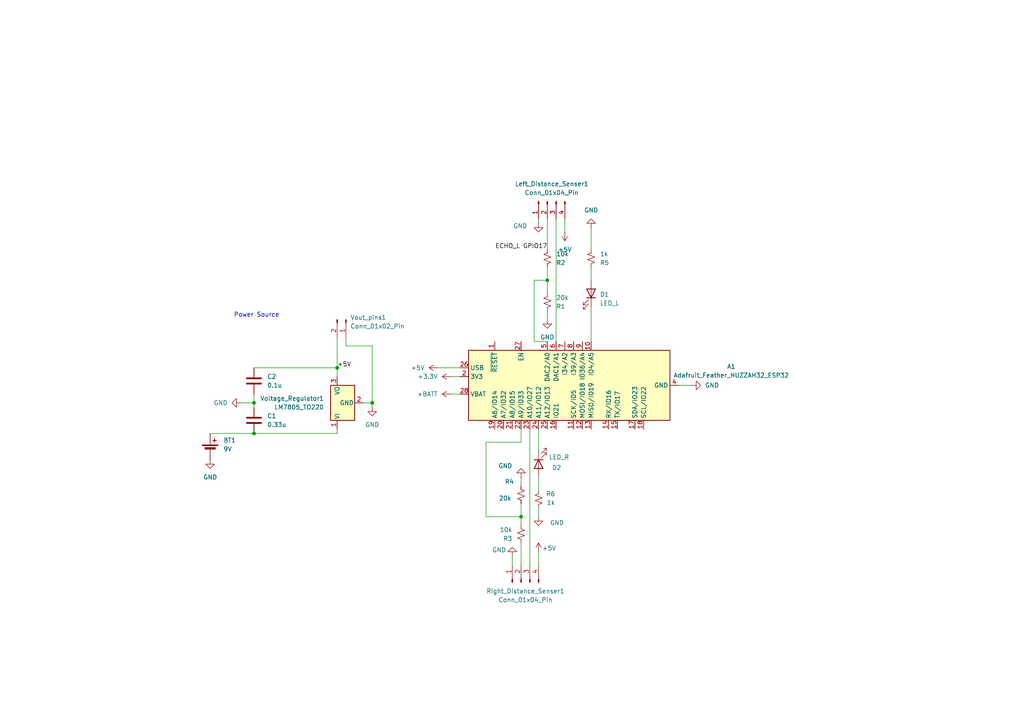
<source format=kicad_sch>
(kicad_sch (version 20250114) (generator "eeschema") (generator_version "9.0")
  (paper "A4")
  (title_block (title "PSU_ECE411_Team10_BlindSpotSenser") (date "2025-11-19"))
  (lib_symbols
    (symbol "Connector:Conn_01x02_Pin" (pin_names (offset 1.016) (hide yes))
      (property "Reference" "J" (at 0 2.54 0))
      (property "Value" "Conn_01x02_Pin" (at 0 -5.08 0))
      (symbol "Conn_01x02_Pin_1_1"
        (rectangle (start 0.8636 0.127) (end 0 -0.127) (stroke (width 0.1524)) (fill (type outline)))
        (rectangle (start 0.8636 -2.413) (end 0 -2.667) (stroke (width 0.1524)) (fill (type outline)))
        (polyline (pts (xy 1.27 0) (xy 0.8636 0)) (stroke (width 0.1524)))
        (polyline (pts (xy 1.27 -2.54) (xy 0.8636 -2.54)) (stroke (width 0.1524)))
        (pin passive line (at 5.08 0 180) (length 3.81) (name "Pin_1") (number "1"))
        (pin passive line (at 5.08 -2.54 180) (length 3.81) (name "Pin_2") (number "2"))
      )
    )
    (symbol "Connector:Conn_01x04_Pin" (pin_names (offset 1.016) (hide yes))
      (property "Reference" "J" (at 0 5.08 0))
      (property "Value" "Conn_01x04_Pin" (at 0 -7.62 0))
      (symbol "Conn_01x04_Pin_1_1"
        (rectangle (start 0.8636 2.667) (end 0 2.413) (stroke (width 0.1524)) (fill (type outline)))
        (rectangle (start 0.8636 0.127) (end 0 -0.127) (stroke (width 0.1524)) (fill (type outline)))
        (rectangle (start 0.8636 -2.413) (end 0 -2.667) (stroke (width 0.1524)) (fill (type outline)))
        (rectangle (start 0.8636 -4.953) (end 0 -5.207) (stroke (width 0.1524)) (fill (type outline)))
        (polyline (pts (xy 1.27 2.54) (xy 0.8636 2.54)) (stroke (width 0.1524)))
        (polyline (pts (xy 1.27 0) (xy 0.8636 0)) (stroke (width 0.1524)))
        (polyline (pts (xy 1.27 -2.54) (xy 0.8636 -2.54)) (stroke (width 0.1524)))
        (polyline (pts (xy 1.27 -5.08) (xy 0.8636 -5.08)) (stroke (width 0.1524)))
        (pin passive line (at 5.08 2.54 180) (length 3.81) (name "Pin_1") (number "1"))
        (pin passive line (at 5.08 0 180) (length 3.81) (name "Pin_2") (number "2"))
        (pin passive line (at 5.08 -2.54 180) (length 3.81) (name "Pin_3") (number "3"))
        (pin passive line (at 5.08 -5.08 180) (length 3.81) (name "Pin_4") (number "4"))
      )
    )
    (symbol "Device:Battery_Cell" (pin_numbers (hide yes)) (pin_names (offset 0) (hide yes))
      (property "Reference" "BT" (at 2.54 2.54 0))
      (property "Value" "Battery_Cell" (at 2.54 0 0))
      (symbol "Battery_Cell_0_1"
        (rectangle (start -2.286 1.778) (end 2.286 1.524) (fill (type outline)))
        (rectangle (start -1.524 1.016) (end 1.524 0.508) (fill (type outline)))
        (polyline (pts (xy 0 1.778) (xy 0 2.54)))
        (polyline (pts (xy 0 0.762) (xy 0 0)))
        (polyline (pts (xy 0.762 3.048) (xy 1.778 3.048)) (stroke (width 0.254)))
        (polyline (pts (xy 1.27 3.556) (xy 1.27 2.54)) (stroke (width 0.254)))
      )
      (symbol "Battery_Cell_1_1"
        (pin passive line (at 0 5.08 270) (length 2.54) (name "+") (number "1"))
        (pin passive line (at 0 -2.54 90) (length 2.54) (name "-") (number "2"))
      )
    )
    (symbol "Device:C" (pin_numbers (hide yes)) (pin_names (offset 0.254))
      (property "Reference" "C" (at 0.635 2.54 0))
      (property "Value" "C" (at 0.635 -2.54 0))
      (symbol "C_0_1"
        (polyline (pts (xy -2.032 0.762) (xy 2.032 0.762)) (stroke (width 0.508)))
        (polyline (pts (xy -2.032 -0.762) (xy 2.032 -0.762)) (stroke (width 0.508)))
      )
      (symbol "C_1_1"
        (pin passive line (at 0 3.81 270) (length 2.794) (name "~") (number "1"))
        (pin passive line (at 0 -3.81 90) (length 2.794) (name "~") (number "2"))
      )
    )
    (symbol "Device:LED" (pin_numbers (hide yes)) (pin_names (offset 1.016) (hide yes))
      (property "Reference" "D" (at 0 2.54 0))
      (property "Value" "LED" (at 0 -2.54 0))
      (symbol "LED_0_1"
        (polyline (pts (xy -3.048 -0.762) (xy -4.572 -2.286) (xy -3.81 -2.286) (xy -4.572 -2.286) (xy -4.572 -1.524)))
        (polyline (pts (xy -1.778 -0.762) (xy -3.302 -2.286) (xy -2.54 -2.286) (xy -3.302 -2.286) (xy -3.302 -1.524)))
        (polyline (pts (xy -1.27 0) (xy 1.27 0)))
        (polyline (pts (xy -1.27 -1.27) (xy -1.27 1.27)) (stroke (width 0.254)))
        (polyline (pts (xy 1.27 -1.27) (xy 1.27 1.27) (xy -1.27 0) (xy 1.27 -1.27)) (stroke (width 0.254)))
      )
      (symbol "LED_1_1"
        (pin passive line (at -3.81 0 0) (length 2.54) (name "K") (number "1"))
        (pin passive line (at 3.81 0 180) (length 2.54) (name "A") (number "2"))
      )
    )
    (symbol "Device:R_Small_US" (pin_numbers (hide yes)) (pin_names (offset 0.254) (hide yes))
      (property "Reference" "R" (at 0.762 0.508 0))
      (property "Value" "R_Small_US" (at 0.762 -1.016 0))
      (symbol "R_Small_US_1_1"
        (polyline (pts (xy 0 1.524) (xy 1.016 1.143) (xy 0 0.762) (xy -1.016 0.381) (xy 0 0)))
        (polyline (pts (xy 0 0) (xy 1.016 -0.381) (xy 0 -0.762) (xy -1.016 -1.143) (xy 0 -1.524)))
        (pin passive line (at 0 2.54 270) (length 1.016) (name "~") (number "1"))
        (pin passive line (at 0 -2.54 90) (length 1.016) (name "~") (number "2"))
      )
    )
    (symbol "MCU_Module:Adafruit_Feather_HUZZAH32_ESP32"
      (property "Reference" "A" (at -10.16 29.21 0))
      (property "Value" "Adafruit_Feather_HUZZAH32_ESP32" (at 2.54 -31.75 0))
      (symbol "Adafruit_Feather_HUZZAH32_ESP32_0_1"
        (rectangle (start -10.16 27.94) (end 10.16 -30.48) (stroke (width 0.254)) (fill (type background)))
      )
      (symbol "Adafruit_Feather_HUZZAH32_ESP32_1_1"
        (pin bidirectional line (at -12.7 20.32 0) (length 2.54) (name "A6/IO14") (number "19"))
        (pin bidirectional line (at -12.7 17.78 0) (length 2.54) (name "A7/IO32") (number "20"))
        (pin bidirectional line (at -12.7 15.24 0) (length 2.54) (name "A8/IO15") (number "21"))
        (pin bidirectional line (at -12.7 12.7 0) (length 2.54) (name "A9/IO33") (number "22"))
        (pin bidirectional line (at -12.7 10.16 0) (length 2.54) (name "A10/IO27") (number "23"))
        (pin bidirectional line (at -12.7 7.62 0) (length 2.54) (name "A11/IO12") (number "24"))
        (pin bidirectional line (at -12.7 5.08 0) (length 2.54) (name "A12/IO13") (number "25"))
        (pin bidirectional line (at -12.7 2.54 0) (length 2.54) (name "IO21") (number "16"))
        (pin bidirectional line (at -12.7 -2.54 0) (length 2.54) (name "SCK/IO5") (number "11"))
        (pin bidirectional line (at -12.7 -5.08 0) (length 2.54) (name "MOSI/IO18") (number "12"))
        (pin bidirectional line (at -12.7 -7.62 0) (length 2.54) (name "MISO/IO19") (number "13"))
        (pin bidirectional line (at -12.7 -12.7 0) (length 2.54) (name "RX/IO16") (number "14"))
        (pin bidirectional line (at -12.7 -15.24 0) (length 2.54) (name "TX/IO17") (number "15"))
        (pin bidirectional line (at -12.7 -20.32 0) (length 2.54) (name "SDA/IO23") (number "17"))
        (pin bidirectional line (at -12.7 -22.86 0) (length 2.54) (name "SCL/IO22") (number "18"))
        (pin power_in line (at -2.54 30.48 270) (length 2.54) (name "VBAT") (number "28"))
        (pin power_in line (at 0 -33.02 90) (length 2.54) (name "GND") (number "4"))
        (pin power_in line (at 2.54 30.48 270) (length 2.54) (name "3V3") (number "2"))
        (pin power_in line (at 5.08 30.48 270) (length 2.54) (name "USB") (number "26"))
        (pin no_connect line (at 10.16 10.16 180) (length 2.54) (hide yes) (name "NC") (number "3"))
        (pin input line (at 12.7 20.32 180) (length 2.54) (name "~{RESET}") (number "1"))
        (pin input line (at 12.7 12.7 180) (length 2.54) (name "EN") (number "27"))
        (pin bidirectional line (at 12.7 5.08 180) (length 2.54) (name "DAC2/A0") (number "5"))
        (pin bidirectional line (at 12.7 2.54 180) (length 2.54) (name "DAC1/A1") (number "6"))
        (pin bidirectional line (at 12.7 0 180) (length 2.54) (name "I34/A2") (number "7"))
        (pin bidirectional line (at 12.7 -2.54 180) (length 2.54) (name "I39/A3") (number "8"))
        (pin bidirectional line (at 12.7 -5.08 180) (length 2.54) (name "IO36/A4") (number "9"))
        (pin bidirectional line (at 12.7 -7.62 180) (length 2.54) (name "IO4/A5") (number "10"))
      )
    )
    (symbol "Regulator_Linear:LM7805_TO220" (pin_names (offset 0.254))
      (property "Reference" "U" (at -3.81 3.175 0))
      (property "Value" "LM7805_TO220" (at 0 3.175 0))
      (symbol "LM7805_TO220_0_1"
        (rectangle (start -5.08 1.905) (end 5.08 -5.08) (stroke (width 0.254)) (fill (type background)))
      )
      (symbol "LM7805_TO220_1_1"
        (pin power_in line (at -7.62 0 0) (length 2.54) (name "VI") (number "1"))
        (pin power_in line (at 0 -7.62 90) (length 2.54) (name "GND") (number "2"))
        (pin power_out line (at 7.62 0 180) (length 2.54) (name "VO") (number "3"))
      )
    )
    (symbol "power:+3.3V" (power) (pin_numbers (hide yes)) (pin_names (offset 0) (hide yes))
      (property "Value" "+3.3V" (at 0 3.556 0))
      (symbol "+3.3V_0_1"
        (polyline (pts (xy -0.762 1.27) (xy 0 2.54)))
        (polyline (pts (xy 0 2.54) (xy 0.762 1.27)))
        (polyline (pts (xy 0 0) (xy 0 2.54)))
      )
      (symbol "+3.3V_1_1"
        (pin power_in line (at 0 0 90) (length 0) (name "~") (number "1"))
      )
    )
    (symbol "power:+5V" (power) (pin_numbers (hide yes)) (pin_names (offset 0) (hide yes))
      (property "Value" "+5V" (at 0 3.556 0))
      (symbol "+5V_0_1"
        (polyline (pts (xy -0.762 1.27) (xy 0 2.54)))
        (polyline (pts (xy 0 2.54) (xy 0.762 1.27)))
        (polyline (pts (xy 0 0) (xy 0 2.54)))
      )
      (symbol "+5V_1_1"
        (pin power_in line (at 0 0 90) (length 0) (name "~") (number "1"))
      )
    )
    (symbol "power:+BATT" (power) (pin_numbers (hide yes)) (pin_names (offset 0) (hide yes))
      (property "Value" "+BATT" (at 0 3.556 0))
      (symbol "+BATT_0_1"
        (polyline (pts (xy -0.762 1.27) (xy 0 2.54)))
        (polyline (pts (xy 0 2.54) (xy 0.762 1.27)))
        (polyline (pts (xy 0 0) (xy 0 2.54)))
      )
      (symbol "+BATT_1_1"
        (pin power_in line (at 0 0 90) (length 0) (name "~") (number "1"))
      )
    )
    (symbol "power:GND" (power) (pin_numbers (hide yes)) (pin_names (offset 0) (hide yes))
      (property "Value" "GND" (at 0 -3.81 0))
      (symbol "GND_0_1"
        (polyline (pts (xy 0 0) (xy 0 -1.27) (xy 1.27 -1.27) (xy 0 -2.54) (xy -1.27 -1.27) (xy 0 -1.27)))
      )
      (symbol "GND_1_1"
        (pin power_in line (at 0 0 270) (length 0) (name "~") (number "1"))
      )
    )
  )
  (text "Power Source" (at 74.422 91.44 0) (effects (font (size 1.27 1.27))))
  (junction (at 151.13 149.86))
  (junction (at 97.79 106.68))
  (junction (at 107.95 116.84))
  (junction (at 158.75 81.28))
  (junction (at 73.66 116.84))
  (junction (at 73.66 125.73))
  (wire (pts (xy 148.59 163.83) (xy 148.59 161.29)))
  (wire (pts (xy 97.79 106.68) (xy 97.79 109.22)))
  (wire (pts (xy 154.94 81.28) (xy 154.94 99.06)))
  (wire (pts (xy 130.81 114.3) (xy 133.35 114.3)))
  (wire (pts (xy 158.75 77.47) (xy 158.75 81.28)))
  (wire (pts (xy 151.13 128.27) (xy 151.13 124.46)))
  (wire (pts (xy 107.95 100.33) (xy 107.95 116.84)))
  (wire (pts (xy 158.75 81.28) (xy 154.94 81.28)))
  (wire (pts (xy 100.33 100.33) (xy 107.95 100.33)))
  (wire (pts (xy 107.95 116.84) (xy 105.41 116.84)))
  (wire (pts (xy 60.96 125.73) (xy 73.66 125.73)))
  (wire (pts (xy 163.83 63.5) (xy 163.83 67.31)))
  (wire (pts (xy 140.97 149.86) (xy 140.97 128.27)))
  (wire (pts (xy 171.45 66.04) (xy 171.45 72.39)))
  (wire (pts (xy 127 106.68) (xy 133.35 106.68)))
  (wire (pts (xy 171.45 88.9) (xy 171.45 99.06)))
  (wire (pts (xy 158.75 81.28) (xy 158.75 85.09)))
  (wire (pts (xy 151.13 149.86) (xy 140.97 149.86)))
  (wire (pts (xy 151.13 152.4) (xy 151.13 149.86)))
  (wire (pts (xy 161.29 63.5) (xy 161.29 99.06)))
  (wire (pts (xy 158.75 90.17) (xy 158.75 92.71)))
  (wire (pts (xy 97.79 124.46) (xy 97.79 125.73)))
  (wire (pts (xy 100.33 97.79) (xy 100.33 100.33)))
  (wire (pts (xy 196.85 111.76) (xy 200.66 111.76)))
  (wire (pts (xy 154.94 99.06) (xy 158.75 99.06)))
  (wire (pts (xy 73.66 116.84) (xy 73.66 118.11)))
  (wire (pts (xy 73.66 125.73) (xy 97.79 125.73)))
  (wire (pts (xy 151.13 140.97) (xy 151.13 138.43)))
  (wire (pts (xy 151.13 149.86) (xy 151.13 146.05)))
  (wire (pts (xy 156.21 138.43) (xy 156.21 142.24)))
  (wire (pts (xy 158.75 63.5) (xy 158.75 72.39)))
  (wire (pts (xy 153.67 124.46) (xy 153.67 163.83)))
  (wire (pts (xy 140.97 128.27) (xy 151.13 128.27)))
  (wire (pts (xy 69.85 116.84) (xy 73.66 116.84)))
  (wire (pts (xy 156.21 124.46) (xy 156.21 130.81)))
  (wire (pts (xy 73.66 114.3) (xy 73.66 116.84)))
  (wire (pts (xy 156.21 163.83) (xy 156.21 160.02)))
  (wire (pts (xy 130.81 109.22) (xy 133.35 109.22)))
  (wire (pts (xy 151.13 157.48) (xy 151.13 163.83)))
  (wire (pts (xy 107.95 116.84) (xy 107.95 118.11)))
  (wire (pts (xy 156.21 63.5) (xy 156.21 64.77)))
  (wire (pts (xy 156.21 149.86) (xy 156.21 147.32)))
  (wire (pts (xy 97.79 106.68) (xy 73.66 106.68)))
  (wire (pts (xy 171.45 81.28) (xy 171.45 77.47)))
  (wire (pts (xy 97.79 97.79) (xy 97.79 106.68)))
  (label "+5V" (at 97.79 106.68 0))
  (label "ECHO_L GPIO17" (at 158.75 72.39 180))
  (symbol (lib_id "Device:LED") (at 156.21 134.62 90) (mirror x) (unit 1)
    (property "Reference" "D2" (at 162.814 135.636 90) (effects (justify left)))
    (property "Value" "LED_R" (at 165.1 132.588 90) (effects (justify left)))
    (property "Footprint" "LED_THT:LED_D5.0mm" (effects (hide yes)))
    (property "Description" "Light emitting diode" (effects (hide yes)))
    (property "Sim.Pins" "1=K 2=A" (effects (hide yes)))
  )
  (symbol (lib_id "power:GND") (at 151.13 138.43 180) (unit 1)
    (property "Reference" "#PWR03" (effects (hide yes)))
    (property "Value" "GND" (at 146.558 135.128 0))
    (property "Description" "Power symbol creates a global label with name \"GND\" , ground" (effects (hide yes)))
  )
  (symbol (lib_id "Device:R_Small_US") (at 171.45 74.93 0) (mirror x) (unit 1)
    (property "Reference" "R5" (at 173.99 76.2001 0) (effects (justify left)))
    (property "Value" "1k" (at 173.99 73.6601 0) (effects (justify left)))
    (property "Footprint" "Resistor_THT:R_Axial_DIN0207_L6.3mm_D2.5mm_P7.62mm_Horizontal" (effects (hide yes)))
    (property "Description" "Resistor, small US symbol" (effects (hide yes)))
  )
  (symbol (lib_id "power:GND") (at 148.59 161.29 180) (unit 1)
    (property "Reference" "#PWR04" (effects (hide yes)))
    (property "Value" "GND" (at 144.78 159.512 0))
    (property "Description" "Power symbol creates a global label with name \"GND\" , ground" (effects (hide yes)))
  )
  (symbol (lib_id "power:+5V") (at 127 106.68 90) (unit 1)
    (property "Reference" "#PWR01" (effects (hide yes)))
    (property "Value" "+5V" (at 123.19 106.6799 90) (effects (justify left)))
    (property "Description" "Power symbol creates a global label with name \"+5V\"" (effects (hide yes)))
  )
  (symbol (lib_id "power:GND") (at 60.96 133.35 0) (unit 1)
    (property "Reference" "#PWR011" (effects (hide yes)))
    (property "Value" "GND" (at 60.96 138.43 0))
    (property "Description" "Power symbol creates a global label with name \"GND\" , ground" (effects (hide yes)))
  )
  (symbol (lib_id "power:+5V") (at 156.21 160.02 0) (unit 1)
    (property "Reference" "#PWR09" (effects (hide yes)))
    (property "Value" "+5V" (at 159.258 159.004 0))
    (property "Description" "Power symbol creates a global label with name \"+5V\"" (effects (hide yes)))
  )
  (symbol (lib_id "Device:R_Small_US") (at 156.21 144.78 0) (mirror y) (unit 1)
    (property "Reference" "R6" (at 161.036 143.256 0) (effects (justify left)))
    (property "Value" "1k" (at 161.036 145.796 0) (effects (justify left)))
    (property "Footprint" "Resistor_THT:R_Axial_DIN0207_L6.3mm_D2.5mm_P7.62mm_Horizontal" (effects (hide yes)))
    (property "Description" "Resistor, small US symbol" (effects (hide yes)))
  )
  (symbol (lib_id "power:+5V") (at 163.83 67.31 0) (mirror x) (unit 1)
    (property "Reference" "#PWR010" (effects (hide yes)))
    (property "Value" "+5V" (at 163.83 72.39 0))
    (property "Description" "Power symbol creates a global label with name \"+5V\"" (effects (hide yes)))
  )
  (symbol (lib_id "Regulator_Linear:LM7805_TO220") (at 97.79 116.84 90) (unit 1)
    (property "Reference" "Voltage_Regulator1" (at 93.98 115.5699 90) (effects (justify left)))
    (property "Value" "LM7805_TO220" (at 93.98 118.1099 90) (effects (justify left)))
    (property "Footprint" "Package_TO_SOT_THT:TO-220-3_Vertical" (effects (hide yes)))
    (property "Datasheet" "https://www.onsemi.cn/PowerSolutions/document/MC7800-D.PDF" (effects (hide yes)))
    (property "Description" "Positive 1A 35V Linear Regulator, Fixed Output 5V, TO-220" (effects (hide yes)))
  )
  (symbol (lib_id "power:+BATT") (at 130.81 114.3 90) (unit 1)
    (property "Reference" "#PWR013" (effects (hide yes)))
    (property "Value" "+BATT" (at 127 114.2999 90) (effects (justify left)))
    (property "Description" "Power symbol creates a global label with name \"+BATT\"" (effects (hide yes)))
  )
  (symbol (lib_id "Device:C") (at 73.66 121.92 180) (unit 1)
    (property "Reference" "C1" (at 77.47 120.6499 0) (effects (justify right)))
    (property "Value" "0.33u" (at 77.47 123.1899 0) (effects (justify right)))
    (property "Footprint" "Capacitor_THT:C_Disc_D3.0mm_W1.6mm_P2.50mm" (effects (hide yes)))
    (property "Description" "Unpolarized capacitor" (effects (hide yes)))
  )
  (symbol (lib_id "Device:Battery_Cell") (at 60.96 130.81 0) (unit 1)
    (property "Reference" "BT1" (at 64.77 127.6984 0) (effects (justify left)))
    (property "Value" "9V" (at 64.77 130.2384 0) (effects (justify left)))
    (property "Footprint" "Connector_PinHeader_2.54mm:PinHeader_1x02_P2.54mm_Vertical" (effects (hide yes)))
    (property "Description" "Single-cell battery" (effects (hide yes)))
  )
  (symbol (lib_id "Connector:Conn_01x02_Pin") (at 100.33 92.71 270) (unit 1)
    (property "Reference" "Vout_pins1" (at 101.6 92.0749 90) (effects (justify left)))
    (property "Value" "Conn_01x02_Pin" (at 101.6 94.6149 90) (effects (justify left)))
    (property "Footprint" "Connector_PinHeader_2.54mm:PinHeader_1x02_P2.54mm_Vertical" (effects (hide yes)))
    (property "Description" "Generic connector, single row, 01x02, script generated" (effects (hide yes)))
  )
  (symbol (lib_id "power:GND") (at 107.95 118.11 0) (unit 1)
    (property "Reference" "#PWR07" (effects (hide yes)))
    (property "Value" "GND" (at 107.95 123.19 0))
    (property "Description" "Power symbol creates a global label with name \"GND\" , ground" (effects (hide yes)))
  )
  (symbol (lib_id "power:GND") (at 156.21 64.77 0) (mirror y) (unit 1)
    (property "Reference" "#PWR08" (effects (hide yes)))
    (property "Value" "GND" (at 150.876 65.532 0))
    (property "Description" "Power symbol creates a global label with name \"GND\" , ground" (effects (hide yes)))
  )
  (symbol (lib_id "Connector:Conn_01x04_Pin") (at 158.75 58.42 90) (mirror x) (unit 1)
    (property "Reference" "Left_Distance_Senser1" (at 160.02 53.34 90))
    (property "Value" "Conn_01x04_Pin" (at 160.02 55.88 90))
    (property "Footprint" "Connector_PinHeader_2.54mm:PinHeader_1x04_P2.54mm_Vertical" (effects (hide yes)))
    (property "Description" "Generic connector, single row, 01x04, script generated" (effects (hide yes)))
  )
  (symbol (lib_id "power:GND") (at 158.75 92.71 0) (unit 1)
    (property "Reference" "#PWR015" (effects (hide yes)))
    (property "Value" "GND" (at 158.75 97.79 0))
    (property "Description" "Power symbol creates a global label with name \"GND\" , ground" (effects (hide yes)))
  )
  (symbol (lib_id "power:GND") (at 200.66 111.76 90) (unit 1)
    (property "Reference" "#PWR014" (effects (hide yes)))
    (property "Value" "GND" (at 204.47 111.7599 90) (effects (justify right)))
    (property "Description" "Power symbol creates a global label with name \"GND\" , ground" (effects (hide yes)))
  )
  (symbol (lib_id "Device:R_Small_US") (at 151.13 154.94 180) (unit 1)
    (property "Reference" "R3" (at 148.59 156.2101 0) (effects (justify left)))
    (property "Value" "10k" (at 148.59 153.6701 0) (effects (justify left)))
    (property "Footprint" "Resistor_THT:R_Axial_DIN0207_L6.3mm_D2.5mm_P7.62mm_Horizontal" (effects (hide yes)))
    (property "Description" "Resistor, small US symbol" (effects (hide yes)))
  )
  (symbol (lib_id "power:GND") (at 171.45 66.04 180) (unit 1)
    (property "Reference" "#PWR06" (effects (hide yes)))
    (property "Value" "GND" (at 171.45 60.96 0))
    (property "Description" "Power symbol creates a global label with name \"GND\" , ground" (effects (hide yes)))
  )
  (symbol (lib_id "power:+3.3V") (at 130.81 109.22 90) (unit 1)
    (property "Reference" "#PWR012" (effects (hide yes)))
    (property "Value" "+3.3V" (at 127 109.2199 90) (effects (justify left)))
    (property "Description" "Power symbol creates a global label with name \"+3.3V\"" (effects (hide yes)))
  )
  (symbol (lib_id "Device:R_Small_US") (at 158.75 87.63 0) (mirror y) (unit 1)
    (property "Reference" "R1" (at 161.29 88.9001 0) (effects (justify right)))
    (property "Value" "20k" (at 161.29 86.3601 0) (effects (justify right)))
    (property "Footprint" "Resistor_THT:R_Axial_DIN0207_L6.3mm_D2.5mm_P7.62mm_Horizontal" (effects (hide yes)))
    (property "Description" "Resistor, small US symbol" (effects (hide yes)))
  )
  (symbol (lib_id "Device:C") (at 73.66 110.49 0) (unit 1)
    (property "Reference" "C2" (at 77.47 109.2199 0) (effects (justify left)))
    (property "Value" "0.1u" (at 77.47 111.7599 0) (effects (justify left)))
    (property "Footprint" "Capacitor_THT:C_Disc_D3.0mm_W1.6mm_P2.50mm" (effects (hide yes)))
    (property "Description" "Unpolarized capacitor" (effects (hide yes)))
  )
  (symbol (lib_id "Device:R_Small_US") (at 158.75 74.93 0) (mirror y) (unit 1)
    (property "Reference" "R2" (at 161.29 76.2001 0) (effects (justify right)))
    (property "Value" "10k" (at 161.29 73.6601 0) (effects (justify right)))
    (property "Footprint" "Resistor_THT:R_Axial_DIN0207_L6.3mm_D2.5mm_P7.62mm_Horizontal" (effects (hide yes)))
    (property "Description" "Resistor, small US symbol" (effects (hide yes)))
  )
  (symbol (lib_id "power:GND") (at 156.21 149.86 0) (unit 1)
    (property "Reference" "#PWR05" (effects (hide yes)))
    (property "Value" "GND" (at 161.544 151.638 0))
    (property "Description" "Power symbol creates a global label with name \"GND\" , ground" (effects (hide yes)))
  )
  (symbol (lib_id "MCU_Module:Adafruit_Feather_HUZZAH32_ESP32") (at 163.83 111.76 90) (unit 1)
    (property "Reference" "A1" (at 212.09 106.3146 90))
    (property "Value" "Adafruit_Feather_HUZZAH32_ESP32" (at 212.09 108.8546 90))
    (property "Footprint" "Module:Adafruit_Feather" (effects (hide yes)))
    (property "Datasheet" "https://cdn-learn.adafruit.com/downloads/pdf/adafruit-huzzah32-esp32-feather.pdf" (effects (hide yes)))
    (property "Description" "Microcontroller module with ESP32 MCU" (effects (hide yes)))
  )
  (symbol (lib_id "Device:LED") (at 171.45 85.09 270) (mirror x) (unit 1)
    (property "Reference" "D1" (at 173.99 85.4074 90) (effects (justify left)))
    (property "Value" "LED_L" (at 173.99 87.9474 90) (effects (justify left)))
    (property "Footprint" "LED_THT:LED_D5.0mm" (effects (hide yes)))
    (property "Description" "Light emitting diode" (effects (hide yes)))
    (property "Sim.Pins" "1=K 2=A" (effects (hide yes)))
  )
  (symbol (lib_id "power:GND") (at 69.85 116.84 270) (unit 1)
    (property "Reference" "#PWR02" (effects (hide yes)))
    (property "Value" "GND" (at 66.04 116.8399 90) (effects (justify right)))
    (property "Description" "Power symbol creates a global label with name \"GND\" , ground" (effects (hide yes)))
  )
  (symbol (lib_id "Connector:Conn_01x04_Pin") (at 151.13 168.91 90) (unit 1)
    (property "Reference" "Right_Distance_Senser1" (at 152.4 171.45 90))
    (property "Value" "Conn_01x04_Pin" (at 152.4 173.99 90))
    (property "Footprint" "Connector_PinHeader_2.54mm:PinHeader_1x04_P2.54mm_Vertical" (effects (hide yes)))
    (property "Description" "Generic connector, single row, 01x04, script generated" (effects (hide yes)))
  )
  (symbol (lib_id "Device:R_Small_US") (at 151.13 143.51 180) (unit 1)
    (property "Reference" "R4" (at 149.098 139.7 0) (effects (justify left)))
    (property "Value" "20k" (at 148.336 144.526 0) (effects (justify left)))
    (property "Footprint" "Resistor_THT:R_Axial_DIN0207_L6.3mm_D2.5mm_P7.62mm_Horizontal" (effects (hide yes)))
    (property "Description" "Resistor, small US symbol" (effects (hide yes)))
  )
)
</source>
